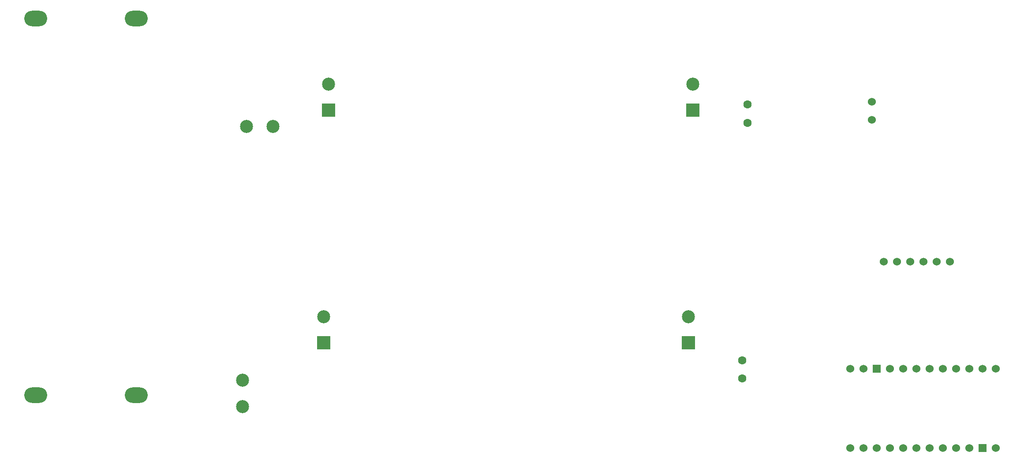
<source format=gtl>
G04 Layer: TopLayer*
G04 EasyEDA v6.5.47, 2024-11-08 14:30:17*
G04 e3f94f1d11f1441e934d171a44e1a75b,b317b68cebba40d893488476fd38059a,10*
G04 Gerber Generator version 0.2*
G04 Scale: 100 percent, Rotated: No, Reflected: No *
G04 Dimensions in millimeters *
G04 leading zeros omitted , absolute positions ,4 integer and 5 decimal *
%FSLAX45Y45*%
%MOMM*%

%ADD10C,1.5240*%
%ADD11R,1.5240X1.5240*%
%ADD12C,2.5000*%
%ADD13C,1.6000*%
%ADD14O,4.3999912000000005X2.999994*%
%ADD15R,2.5000X2.5000*%

%LPD*%
D10*
G01*
X20840700Y-5981700D03*
D11*
G01*
X20586700Y-5981700D03*
D10*
G01*
X20332700Y-5981700D03*
G01*
X20078700Y-5981700D03*
G01*
X19824700Y-5981700D03*
G01*
X19570700Y-5981700D03*
G01*
X19316700Y-5981700D03*
G01*
X19062700Y-5981700D03*
G01*
X18808700Y-5981700D03*
G01*
X18554700Y-5981700D03*
G01*
X18300700Y-5981700D03*
G01*
X18046700Y-4457700D03*
G01*
X18300700Y-4457700D03*
D11*
G01*
X18554700Y-4457700D03*
D10*
G01*
X18808700Y-4457700D03*
G01*
X19062700Y-4457700D03*
G01*
X19316700Y-4457700D03*
G01*
X19570700Y-4457700D03*
G01*
X19824700Y-4457700D03*
G01*
X20078700Y-4457700D03*
G01*
X20332700Y-4457700D03*
G01*
X20586700Y-4457700D03*
G01*
X20840700Y-4457700D03*
G01*
X18046700Y-5981700D03*
D12*
G01*
X6967093Y195224D03*
G01*
X6459093Y195224D03*
D13*
G01*
X15976600Y-4645405D03*
G01*
X15976600Y-4295394D03*
D12*
G01*
X6383375Y-4678806D03*
G01*
X6383375Y-5186806D03*
D13*
G01*
X16078200Y269494D03*
G01*
X16078200Y619505D03*
D14*
G01*
X2413203Y-4964709D03*
G01*
X4343196Y-4964709D03*
G01*
X2413203Y2272309D03*
G01*
X4343196Y2272309D03*
D12*
G01*
X7940700Y-3455009D03*
D15*
G01*
X7940700Y-3954983D03*
G01*
X14940686Y-3954983D03*
D12*
G01*
X14940686Y-3455009D03*
G01*
X8029600Y1015390D03*
D15*
G01*
X8029600Y515416D03*
G01*
X15029586Y515416D03*
D12*
G01*
X15029586Y1015390D03*
D10*
G01*
X18694400Y-2400300D03*
G01*
X18948400Y-2400300D03*
G01*
X19202400Y-2400300D03*
G01*
X19456400Y-2400300D03*
G01*
X19710400Y-2400300D03*
G01*
X19964400Y-2400300D03*
G01*
X18464301Y324688D03*
G01*
X18464301Y674700D03*
M02*

</source>
